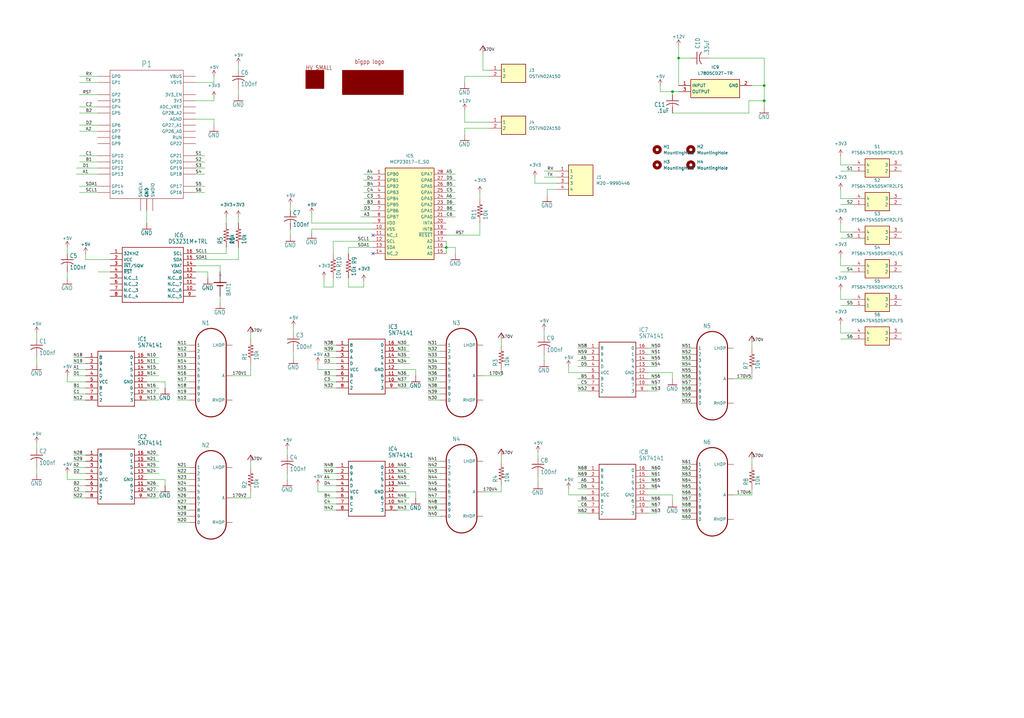
<source format=kicad_sch>
(kicad_sch (version 20230121) (generator eeschema)
  (paper "User" 425.45 298.45)
  (junction (at 279.4 38.1))
  (junction (at 281.94 24.13))
  (junction (at 317.5 35.56))
  (junction (at 185.42 102.87))
  (junction (at 317.5 41.91))
  (no_connect (at 154.94 105.41))
  (no_connect (at 154.94 97.79))
  (wire (pts (xy 269.24 210.82) (xy 273.05 210.82)))
  (wire (pts (xy 104.14 194.31) (xy 104.14 191.77)) (stroke (width 0.1524)))
  (wire (pts (xy 279.4 154.94) (xy 279.4 157.48)) (stroke (width 0.1524)))
  (wire (pts (xy 182.88 146.05) (xy 177.8 146.05)) (stroke (width 0.1524)))
  (wire (pts (xy 78.74 156.21) (xy 73.66 156.21)) (stroke (width 0.1524)))
  (wire (pts (xy 193.04 53.34) (xy 193.04 55.88)) (stroke (width 0.1524)))
  (wire (pts (xy 81.28 105.41) (xy 93.98 105.41)) (stroke (width 0.1524)))
  (wire (pts (xy 349.25 113.03) (xy 354.33 113.03)))
  (wire (pts (xy 354.33 110.49) (xy 349.25 110.49)))
  (wire (pts (xy 144.78 115.57) (xy 144.78 119.38)))
  (wire (pts (xy 354.33 138.43) (xy 349.25 138.43)))
  (wire (pts (xy 283.21 215.9) (xy 287.02 215.9)))
  (wire (pts (xy 349.25 85.09) (xy 354.33 85.09)))
  (wire (pts (xy 78.74 143.51) (xy 73.66 143.51)) (stroke (width 0.1524)))
  (wire (pts (xy 283.21 210.82) (xy 287.02 210.82)))
  (wire (pts (xy 182.88 204.47) (xy 177.8 204.47)) (stroke (width 0.1524)))
  (wire (pts (xy 240.03 144.78) (xy 243.84 144.78)))
  (wire (pts (xy 199.39 97.79) (xy 199.39 92.71)))
  (wire (pts (xy 15.24 186.69) (xy 15.24 184.15)) (stroke (width 0.1524)))
  (wire (pts (xy 312.42 203.2) (xy 312.42 205.74)))
  (wire (pts (xy 222.25 76.2) (xy 231.14 76.2)))
  (wire (pts (xy 208.28 204.47) (xy 208.28 201.93)) (stroke (width 0.1524)))
  (wire (pts (xy 165.1 194.31) (xy 170.18 194.31)) (stroke (width 0.1524)))
  (wire (pts (xy 151.13 116.84) (xy 151.13 119.38)))
  (wire (pts (xy 269.24 162.56) (xy 273.05 162.56)))
  (wire (pts (xy 165.1 199.39) (xy 170.18 199.39)) (stroke (width 0.1524)))
  (wire (pts (xy 182.88 163.83) (xy 177.8 163.83)) (stroke (width 0.1524)))
  (wire (pts (xy 182.88 209.55) (xy 177.8 209.55)) (stroke (width 0.1524)))
  (wire (pts (xy 354.33 124.46) (xy 349.25 124.46)))
  (wire (pts (xy 78.74 209.55) (xy 73.66 209.55)) (stroke (width 0.1524)))
  (wire (pts (xy 31.75 69.85) (xy 40.64 69.85)))
  (wire (pts (xy 281.94 19.05) (xy 281.94 24.13)))
  (wire (pts (xy 85.09 80.01) (xy 81.28 80.01)))
  (wire (pts (xy 60.96 161.29) (xy 66.04 161.29)) (stroke (width 0.1524)))
  (wire (pts (xy 165.1 156.21) (xy 170.18 156.21)) (stroke (width 0.1524)))
  (wire (pts (xy 129.54 95.25) (xy 129.54 96.52)))
  (wire (pts (xy 240.03 195.58) (xy 243.84 195.58)))
  (wire (pts (xy 78.74 161.29) (xy 73.66 161.29)) (stroke (width 0.1524)))
  (wire (pts (xy 86.36 113.03) (xy 86.36 115.57)) (stroke (width 0.1524)))
  (wire (pts (xy 99.06 36.83) (xy 99.06 39.37)) (stroke (width 0.1524)))
  (wire (pts (xy 193.04 50.8) (xy 193.04 45.72)) (stroke (width 0.1524)))
  (wire (pts (xy 240.03 203.2) (xy 243.84 203.2)))
  (wire (pts (xy 138.43 119.38) (xy 134.62 119.38)))
  (wire (pts (xy 139.7 196.85) (xy 134.62 196.85)) (stroke (width 0.1524)))
  (wire (pts (xy 283.21 162.56) (xy 287.02 162.56)))
  (wire (pts (xy 279.4 46.99) (xy 311.15 46.99)))
  (wire (pts (xy 236.22 205.74) (xy 236.22 203.2)) (stroke (width 0.1524)))
  (wire (pts (xy 138.43 100.33) (xy 138.43 105.41)))
  (wire (pts (xy 45.72 113.03) (xy 40.64 113.03)) (stroke (width 0.1524)))
  (wire (pts (xy 269.24 144.78) (xy 273.05 144.78)))
  (wire (pts (xy 85.09 77.47) (xy 81.28 77.47)))
  (wire (pts (xy 81.28 110.49) (xy 91.44 110.49)) (stroke (width 0.1524)))
  (wire (pts (xy 185.42 82.55) (xy 189.23 82.55)))
  (wire (pts (xy 269.24 205.74) (xy 279.4 205.74)) (stroke (width 0.1524)))
  (wire (pts (xy 165.1 196.85) (xy 170.18 196.85)) (stroke (width 0.1524)))
  (wire (pts (xy 88.9 34.29) (xy 88.9 31.75)) (stroke (width 0.1524)))
  (wire (pts (xy 165.1 148.59) (xy 170.18 148.59)) (stroke (width 0.1524)))
  (wire (pts (xy 226.06 139.7) (xy 226.06 137.16)) (stroke (width 0.1524)))
  (wire (pts (xy 35.56 196.85) (xy 30.48 196.85)) (stroke (width 0.1524)))
  (wire (pts (xy 78.74 199.39) (xy 73.66 199.39)) (stroke (width 0.1524)))
  (wire (pts (xy 182.88 161.29) (xy 177.8 161.29)) (stroke (width 0.1524)))
  (wire (pts (xy 182.88 194.31) (xy 177.8 194.31)) (stroke (width 0.1524)))
  (wire (pts (xy 149.86 87.63) (xy 154.94 87.63)))
  (wire (pts (xy 139.7 199.39) (xy 134.62 199.39)) (stroke (width 0.1524)))
  (wire (pts (xy 243.84 154.94) (xy 236.22 154.94)) (stroke (width 0.1524)))
  (wire (pts (xy 33.02 54.61) (xy 40.64 54.61)))
  (wire (pts (xy 165.1 161.29) (xy 170.18 161.29)) (stroke (width 0.1524)))
  (wire (pts (xy 88.9 49.53) (xy 88.9 52.07)) (stroke (width 0.1524)))
  (wire (pts (xy 200.66 204.47) (xy 208.28 204.47)) (stroke (width 0.1524)))
  (wire (pts (xy 182.88 212.09) (xy 177.8 212.09)) (stroke (width 0.1524)))
  (wire (pts (xy 93.98 92.71) (xy 93.98 90.17)) (stroke (width 0.1524)))
  (wire (pts (xy 151.13 72.39) (xy 154.94 72.39)))
  (wire (pts (xy 185.42 97.79) (xy 199.39 97.79)))
  (wire (pts (xy 222.25 73.66) (xy 222.25 76.2)))
  (wire (pts (xy 33.02 52.07) (xy 40.64 52.07)))
  (wire (pts (xy 139.7 148.59) (xy 134.62 148.59)) (stroke (width 0.1524)))
  (wire (pts (xy 15.24 194.31) (xy 15.24 196.85)) (stroke (width 0.1524)))
  (wire (pts (xy 349.25 71.12) (xy 354.33 71.12)))
  (wire (pts (xy 349.25 99.06) (xy 354.33 99.06)))
  (wire (pts (xy 200.66 29.21) (xy 203.2 29.21)) (stroke (width 0.1524)))
  (wire (pts (xy 240.03 149.86) (xy 243.84 149.86)))
  (wire (pts (xy 139.7 212.09) (xy 134.62 212.09)) (stroke (width 0.1524)))
  (wire (pts (xy 31.75 72.39) (xy 40.64 72.39)))
  (wire (pts (xy 203.2 31.75) (xy 193.04 31.75)) (stroke (width 0.1524)))
  (wire (pts (xy 60.96 151.13) (xy 66.04 151.13)) (stroke (width 0.1524)))
  (wire (pts (xy 311.15 41.91) (xy 317.5 41.91)))
  (wire (pts (xy 139.7 161.29) (xy 134.62 161.29)) (stroke (width 0.1524)))
  (wire (pts (xy 132.08 153.67) (xy 132.08 151.13)) (stroke (width 0.1524)))
  (wire (pts (xy 151.13 85.09) (xy 154.94 85.09)))
  (wire (pts (xy 269.24 203.2) (xy 273.05 203.2)))
  (wire (pts (xy 85.09 64.77) (xy 81.28 64.77)))
  (wire (pts (xy 27.94 199.39) (xy 27.94 196.85)) (stroke (width 0.1524)))
  (wire (pts (xy 283.21 203.2) (xy 287.02 203.2)))
  (wire (pts (xy 129.54 95.25) (xy 154.94 95.25)))
  (wire (pts (xy 78.74 196.85) (xy 73.66 196.85)) (stroke (width 0.1524)))
  (wire (pts (xy 78.74 194.31) (xy 73.66 194.31)) (stroke (width 0.1524)))
  (wire (pts (xy 182.88 148.59) (xy 177.8 148.59)) (stroke (width 0.1524)))
  (wire (pts (xy 129.54 92.71) (xy 154.94 92.71)))
  (wire (pts (xy 139.7 151.13) (xy 134.62 151.13)) (stroke (width 0.1524)))
  (wire (pts (xy 30.48 163.83) (xy 35.56 163.83)) (stroke (width 0.1524)))
  (wire (pts (xy 78.74 204.47) (xy 73.66 204.47)) (stroke (width 0.1524)))
  (wire (pts (xy 269.24 152.4) (xy 273.05 152.4)))
  (wire (pts (xy 78.74 151.13) (xy 73.66 151.13)) (stroke (width 0.1524)))
  (wire (pts (xy 165.1 204.47) (xy 172.72 204.47)) (stroke (width 0.1524)))
  (wire (pts (xy 151.13 80.01) (xy 154.94 80.01)))
  (wire (pts (xy 33.02 67.31) (xy 40.64 67.31)))
  (wire (pts (xy 138.43 115.57) (xy 138.43 119.38)))
  (wire (pts (xy 200.66 21.59) (xy 200.66 29.21)) (stroke (width 0.1524)))
  (wire (pts (xy 226.06 71.12) (xy 231.14 71.12)))
  (wire (pts (xy 243.84 205.74) (xy 236.22 205.74)) (stroke (width 0.1524)))
  (wire (pts (xy 120.65 87.63) (xy 120.65 85.09)) (stroke (width 0.1524)))
  (wire (pts (xy 35.56 158.75) (xy 27.94 158.75)) (stroke (width 0.1524)))
  (wire (pts (xy 139.7 146.05) (xy 134.62 146.05)) (stroke (width 0.1524)))
  (wire (pts (xy 165.1 201.93) (xy 170.18 201.93)) (stroke (width 0.1524)))
  (wire (pts (xy 33.02 77.47) (xy 40.64 77.47)))
  (wire (pts (xy 182.88 158.75) (xy 177.8 158.75)) (stroke (width 0.1524)))
  (wire (pts (xy 283.21 154.94) (xy 287.02 154.94)))
  (wire (pts (xy 354.33 96.52) (xy 349.25 96.52)))
  (wire (pts (xy 35.56 148.59) (xy 30.48 148.59)) (stroke (width 0.1524)))
  (wire (pts (xy 104.14 207.01) (xy 104.14 204.47)) (stroke (width 0.1524)))
  (wire (pts (xy 354.33 68.58) (xy 349.25 68.58)))
  (wire (pts (xy 185.42 90.17) (xy 189.23 90.17)))
  (wire (pts (xy 66.04 194.31) (xy 60.96 194.31)) (stroke (width 0.1524)))
  (wire (pts (xy 269.24 147.32) (xy 273.05 147.32)))
  (wire (pts (xy 165.1 143.51) (xy 170.18 143.51)) (stroke (width 0.1524)))
  (wire (pts (xy 283.21 157.48) (xy 287.02 157.48)))
  (wire (pts (xy 349.25 78.74) (xy 349.25 82.55)))
  (wire (pts (xy 139.7 153.67) (xy 132.08 153.67)) (stroke (width 0.1524)))
  (wire (pts (xy 134.62 209.55) (xy 139.7 209.55)) (stroke (width 0.1524)))
  (wire (pts (xy 78.74 212.09) (xy 73.66 212.09)) (stroke (width 0.1524)))
  (wire (pts (xy 33.02 39.37) (xy 40.64 39.37)))
  (wire (pts (xy 139.7 204.47) (xy 132.08 204.47)) (stroke (width 0.1524)))
  (wire (pts (xy 139.7 158.75) (xy 134.62 158.75)) (stroke (width 0.1524)))
  (wire (pts (xy 93.98 105.41) (xy 93.98 102.87)) (stroke (width 0.1524)))
  (wire (pts (xy 283.21 205.74) (xy 287.02 205.74)))
  (wire (pts (xy 349.25 106.68) (xy 349.25 110.49)))
  (wire (pts (xy 144.78 102.87) (xy 144.78 105.41)))
  (wire (pts (xy 182.88 214.63) (xy 177.8 214.63)) (stroke (width 0.1524)))
  (wire (pts (xy 279.4 205.74) (xy 279.4 208.28)) (stroke (width 0.1524)))
  (wire (pts (xy 33.02 34.29) (xy 40.64 34.29)))
  (wire (pts (xy 185.42 100.33) (xy 185.42 102.87)))
  (wire (pts (xy 269.24 208.28) (xy 273.05 208.28)))
  (wire (pts (xy 139.7 201.93) (xy 134.62 201.93)) (stroke (width 0.1524)))
  (wire (pts (xy 185.42 72.39) (xy 189.23 72.39)))
  (wire (pts (xy 182.88 196.85) (xy 177.8 196.85)) (stroke (width 0.1524)))
  (wire (pts (xy 78.74 163.83) (xy 73.66 163.83)) (stroke (width 0.1524)))
  (wire (pts (xy 349.25 140.97) (xy 354.33 140.97)))
  (wire (pts (xy 78.74 148.59) (xy 73.66 148.59)) (stroke (width 0.1524)))
  (wire (pts (xy 240.03 152.4) (xy 243.84 152.4)))
  (wire (pts (xy 281.94 38.1) (xy 279.4 38.1)))
  (wire (pts (xy 208.28 143.51) (xy 208.28 140.97)) (stroke (width 0.1524)))
  (wire (pts (xy 60.96 207.01) (xy 66.04 207.01)) (stroke (width 0.1524)))
  (wire (pts (xy 134.62 115.57) (xy 134.62 119.38)))
  (wire (pts (xy 199.39 82.55) (xy 199.39 80.01)) (stroke (width 0.1524)))
  (wire (pts (xy 283.21 193.04) (xy 287.02 193.04)))
  (wire (pts (xy 281.94 24.13) (xy 281.94 35.56)))
  (wire (pts (xy 33.02 31.75) (xy 40.64 31.75)))
  (wire (pts (xy 283.21 213.36) (xy 287.02 213.36)))
  (wire (pts (xy 78.74 146.05) (xy 73.66 146.05)) (stroke (width 0.1524)))
  (wire (pts (xy 33.02 46.99) (xy 40.64 46.99)))
  (wire (pts (xy 151.13 77.47) (xy 154.94 77.47)))
  (wire (pts (xy 60.96 153.67) (xy 66.04 153.67)) (stroke (width 0.1524)))
  (wire (pts (xy 227.33 78.74) (xy 227.33 81.28)))
  (wire (pts (xy 139.7 207.01) (xy 134.62 207.01)) (stroke (width 0.1524)))
  (wire (pts (xy 236.22 154.94) (xy 236.22 152.4)) (stroke (width 0.1524)))
  (wire (pts (xy 189.23 102.87) (xy 189.23 105.41)))
  (wire (pts (xy 78.74 166.37) (xy 73.66 166.37)) (stroke (width 0.1524)))
  (wire (pts (xy 60.96 196.85) (xy 66.04 196.85)) (stroke (width 0.1524)))
  (wire (pts (xy 99.06 92.71) (xy 99.06 90.17)) (stroke (width 0.1524)))
  (wire (pts (xy 283.21 152.4) (xy 287.02 152.4)))
  (wire (pts (xy 312.42 144.78) (xy 312.42 142.24)) (stroke (width 0.1524)))
  (wire (pts (xy 240.03 208.28) (xy 243.84 208.28)))
  (wire (pts (xy 35.56 166.37) (xy 30.48 166.37)) (stroke (width 0.1524)))
  (wire (pts (xy 165.1 151.13) (xy 170.18 151.13)) (stroke (width 0.1524)))
  (wire (pts (xy 85.09 72.39) (xy 81.28 72.39)))
  (wire (pts (xy 226.06 73.66) (xy 231.14 73.66)))
  (wire (pts (xy 35.56 153.67) (xy 30.48 153.67)) (stroke (width 0.1524)))
  (wire (pts (xy 182.88 156.21) (xy 177.8 156.21)) (stroke (width 0.1524)))
  (wire (pts (xy 182.88 153.67) (xy 177.8 153.67)) (stroke (width 0.1524)))
  (wire (pts (xy 165.1 158.75) (xy 170.18 158.75)) (stroke (width 0.1524)))
  (wire (pts (xy 269.24 157.48) (xy 273.05 157.48)))
  (wire (pts (xy 119.38 189.23) (xy 119.38 186.69)) (stroke (width 0.1524)))
  (wire (pts (xy 269.24 195.58) (xy 273.05 195.58)))
  (wire (pts (xy 294.64 24.13) (xy 317.5 24.13)))
  (wire (pts (xy 132.08 204.47) (xy 132.08 201.93)) (stroke (width 0.1524)))
  (wire (pts (xy 91.44 123.19) (xy 91.44 125.73)) (stroke (width 0.1524)))
  (wire (pts (xy 240.03 198.12) (xy 243.84 198.12)))
  (wire (pts (xy 85.09 69.85) (xy 81.28 69.85)))
  (wire (pts (xy 274.32 35.56) (xy 274.32 38.1)))
  (wire (pts (xy 165.1 146.05) (xy 170.18 146.05)) (stroke (width 0.1524)))
  (wire (pts (xy 283.21 144.78) (xy 287.02 144.78)))
  (wire (pts (xy 15.24 140.97) (xy 15.24 138.43)) (stroke (width 0.1524)))
  (wire (pts (xy 35.56 207.01) (xy 30.48 207.01)) (stroke (width 0.1524)))
  (wire (pts (xy 85.09 67.31) (xy 81.28 67.31)))
  (wire (pts (xy 60.96 148.59) (xy 66.04 148.59)) (stroke (width 0.1524)))
  (wire (pts (xy 99.06 107.95) (xy 99.06 102.87)) (stroke (width 0.1524)))
  (wire (pts (xy 269.24 154.94) (xy 279.4 154.94)) (stroke (width 0.1524)))
  (wire (pts (xy 281.94 24.13) (xy 287.02 24.13)))
  (wire (pts (xy 35.56 191.77) (xy 30.48 191.77)) (stroke (width 0.1524)))
  (wire (pts (xy 349.25 127) (xy 354.33 127)))
  (wire (pts (xy 35.56 151.13) (xy 30.48 151.13)) (stroke (width 0.1524)))
  (wire (pts (xy 283.21 200.66) (xy 287.02 200.66)))
  (wire (pts (xy 165.1 209.55) (xy 170.18 209.55)) (stroke (width 0.1524)))
  (wire (pts (xy 193.04 31.75) (xy 193.04 34.29)) (stroke (width 0.1524)))
  (wire (pts (xy 182.88 207.01) (xy 177.8 207.01)) (stroke (width 0.1524)))
  (wire (pts (xy 60.96 199.39) (xy 68.58 199.39)) (stroke (width 0.1524)))
  (wire (pts (xy 78.74 217.17) (xy 73.66 217.17)) (stroke (width 0.1524)))
  (wire (pts (xy 312.42 193.04) (xy 312.42 190.5)) (stroke (width 0.1524)))
  (wire (pts (xy 88.9 40.64) (xy 88.9 41.91)))
  (wire (pts (xy 81.28 113.03) (xy 86.36 113.03)) (stroke (width 0.1524)))
  (wire (pts (xy 269.24 213.36) (xy 273.05 213.36)))
  (wire (pts (xy 35.56 199.39) (xy 27.94 199.39)) (stroke (width 0.1524)))
  (wire (pts (xy 283.21 160.02) (xy 287.02 160.02)))
  (wire (pts (xy 60.96 166.37) (xy 66.04 166.37)) (stroke (width 0.1524)))
  (wire (pts (xy 203.2 53.34) (xy 193.04 53.34)) (stroke (width 0.1524)))
  (wire (pts (xy 96.52 156.21) (xy 104.14 156.21)) (stroke (width 0.1524)))
  (wire (pts (xy 165.1 153.67) (xy 172.72 153.67)) (stroke (width 0.1524)))
  (wire (pts (xy 60.96 201.93) (xy 66.04 201.93)) (stroke (width 0.1524)))
  (wire (pts (xy 138.43 100.33) (xy 154.94 100.33)))
  (wire (pts (xy 60.96 204.47) (xy 66.04 204.47)) (stroke (width 0.1524)))
  (wire (pts (xy 78.74 214.63) (xy 73.66 214.63)) (stroke (width 0.1524)))
  (wire (pts (xy 349.25 134.62) (xy 349.25 138.43)))
  (wire (pts (xy 35.56 161.29) (xy 30.48 161.29)) (stroke (width 0.1524)))
  (wire (pts (xy 120.65 95.25) (xy 120.65 97.79)) (stroke (width 0.1524)))
  (wire (pts (xy 139.7 194.31) (xy 134.62 194.31)) (stroke (width 0.1524)))
  (wire (pts (xy 139.7 143.51) (xy 134.62 143.51)) (stroke (width 0.1524)))
  (wire (pts (xy 81.28 49.53) (xy 88.9 49.53)) (stroke (width 0.1524)))
  (wire (pts (xy 60.96 191.77) (xy 66.04 191.77)) (stroke (width 0.1524)))
  (wire (pts (xy 283.21 149.86) (xy 287.02 149.86)))
  (wire (pts (xy 104.14 156.21) (xy 104.14 151.13)) (stroke (width 0.1524)))
  (wire (pts (xy 200.66 156.21) (xy 208.28 156.21)) (stroke (width 0.1524)))
  (wire (pts (xy 240.03 157.48) (xy 243.84 157.48)))
  (wire (pts (xy 139.7 156.21) (xy 134.62 156.21)) (stroke (width 0.1524)))
  (wire (pts (xy 45.72 107.95) (xy 35.56 107.95)) (stroke (width 0.1524)))
  (wire (pts (xy 27.94 113.03) (xy 27.94 115.57)) (stroke (width 0.1524)))
  (wire (pts (xy 35.56 204.47) (xy 30.48 204.47)) (stroke (width 0.1524)))
  (wire (pts (xy 182.88 201.93) (xy 177.8 201.93)) (stroke (width 0.1524)))
  (wire (pts (xy 151.13 74.93) (xy 154.94 74.93)))
  (wire (pts (xy 354.33 82.55) (xy 349.25 82.55)))
  (wire (pts (xy 283.21 167.64) (xy 287.02 167.64)))
  (wire (pts (xy 349.25 120.65) (xy 349.25 124.46)))
  (wire (pts (xy 35.56 156.21) (xy 30.48 156.21)) (stroke (width 0.1524)))
  (wire (pts (xy 33.02 44.45) (xy 40.64 44.45)))
  (wire (pts (xy 81.28 107.95) (xy 99.06 107.95)) (stroke (width 0.1524)))
  (wire (pts (xy 240.03 162.56) (xy 243.84 162.56)))
  (wire (pts (xy 317.5 35.56) (xy 317.5 41.91)))
  (wire (pts (xy 226.06 147.32) (xy 226.06 149.86)) (stroke (width 0.1524)))
  (wire (pts (xy 99.06 29.21) (xy 99.06 26.67)) (stroke (width 0.1524)))
  (wire (pts (xy 269.24 198.12) (xy 273.05 198.12)))
  (wire (pts (xy 227.33 78.74) (xy 231.14 78.74)))
  (wire (pts (xy 60.96 156.21) (xy 66.04 156.21)) (stroke (width 0.1524)))
  (wire (pts (xy 60.96 158.75) (xy 68.58 158.75)) (stroke (width 0.1524)))
  (wire (pts (xy 312.42 35.56) (xy 317.5 35.56)))
  (wire (pts (xy 240.03 200.66) (xy 243.84 200.66)))
  (wire (pts (xy 349.25 64.77) (xy 349.25 68.58)))
  (wire (pts (xy 60.96 87.63) (xy 60.96 92.71)) (stroke (width 0.1524)))
  (wire (pts (xy 15.24 148.59) (xy 15.24 151.13)) (stroke (width 0.1524)))
  (wire (pts (xy 269.24 200.66) (xy 273.05 200.66)))
  (wire (pts (xy 283.21 195.58) (xy 287.02 195.58)))
  (wire (pts (xy 269.24 160.02) (xy 273.05 160.02)))
  (wire (pts (xy 182.88 166.37) (xy 177.8 166.37)) (stroke (width 0.1524)))
  (wire (pts (xy 283.21 208.28) (xy 287.02 208.28)))
  (wire (pts (xy 104.14 140.97) (xy 104.14 138.43)) (stroke (width 0.1524)))
  (wire (pts (xy 27.94 158.75) (xy 27.94 156.21)) (stroke (width 0.1524)))
  (wire (pts (xy 240.03 160.02) (xy 243.84 160.02)))
  (wire (pts (xy 240.03 213.36) (xy 243.84 213.36)))
  (wire (pts (xy 223.52 190.5) (xy 223.52 187.96)) (stroke (width 0.1524)))
  (wire (pts (xy 121.92 138.43) (xy 121.92 135.89)) (stroke (width 0.1524)))
  (wire (pts (xy 185.42 102.87) (xy 185.42 105.41)))
  (wire (pts (xy 119.38 196.85) (xy 119.38 199.39)) (stroke (width 0.1524)))
  (wire (pts (xy 165.1 207.01) (xy 170.18 207.01)) (stroke (width 0.1524)))
  (wire (pts (xy 182.88 143.51) (xy 177.8 143.51)) (stroke (width 0.1524)))
  (wire (pts (xy 35.56 107.95) (xy 35.56 105.41)) (stroke (width 0.1524)))
  (wire (pts (xy 151.13 82.55) (xy 154.94 82.55)))
  (wire (pts (xy 96.52 207.01) (xy 104.14 207.01)) (stroke (width 0.1524)))
  (wire (pts (xy 185.42 85.09) (xy 189.23 85.09)))
  (wire (pts (xy 240.03 210.82) (xy 243.84 210.82)))
  (wire (pts (xy 78.74 201.93) (xy 73.66 201.93)) (stroke (width 0.1524)))
  (wire (pts (xy 27.94 105.41) (xy 27.94 102.87)) (stroke (width 0.1524)))
  (wire (pts (xy 144.78 119.38) (xy 151.13 119.38)))
  (wire (pts (xy 240.03 147.32) (xy 243.84 147.32)))
  (wire (pts (xy 279.4 38.1) (xy 279.4 39.37)))
  (wire (pts (xy 283.21 147.32) (xy 287.02 147.32)))
  (wire (pts (xy 81.28 41.91) (xy 88.9 41.91)))
  (wire (pts (xy 165.1 212.09) (xy 170.18 212.09)) (stroke (width 0.1524)))
  (wire (pts (xy 269.24 149.86) (xy 273.05 149.86)))
  (wire (pts (xy 35.56 189.23) (xy 30.48 189.23)) (stroke (width 0.1524)))
  (wire (pts (xy 78.74 153.67) (xy 73.66 153.67)) (stroke (width 0.1524)))
  (wire (pts (xy 208.28 191.77) (xy 208.28 189.23)) (stroke (width 0.1524)))
  (wire (pts (xy 33.02 64.77) (xy 40.64 64.77)))
  (wire (pts (xy 68.58 158.75) (xy 68.58 161.29)) (stroke (width 0.1524)))
  (wire (pts (xy 312.42 157.48) (xy 304.8 157.48)))
  (wire (pts (xy 182.88 199.39) (xy 177.8 199.39)) (stroke (width 0.1524)))
  (wire (pts (xy 185.42 74.93) (xy 189.23 74.93)))
  (wire (pts (xy 182.88 151.13) (xy 177.8 151.13)) (stroke (width 0.1524)))
  (wire (pts (xy 279.4 38.1) (xy 274.32 38.1)))
  (wire (pts (xy 172.72 153.67) (xy 172.72 156.21)) (stroke (width 0.1524)))
  (wire (pts (xy 317.5 41.91) (xy 317.5 44.45)) (stroke (width 0.1524)))
  (wire (pts (xy 81.28 34.29) (xy 88.9 34.29)) (stroke (width 0.1524)))
  (wire (pts (xy 91.44 110.49) (xy 91.44 113.03)) (stroke (width 0.1524)))
  (wire (pts (xy 78.74 158.75) (xy 73.66 158.75)) (stroke (width 0.1524)))
  (wire (pts (xy 185.42 102.87) (xy 189.23 102.87)))
  (wire (pts (xy 68.58 199.39) (xy 68.58 201.93)) (stroke (width 0.1524)))
  (wire (pts (xy 149.86 90.17) (xy 154.94 90.17)))
  (wire (pts (xy 193.04 50.8) (xy 203.2 50.8)) (stroke (width 0.1524)))
  (wire (pts (xy 311.15 46.99) (xy 311.15 41.91)))
  (wire (pts (xy 185.42 87.63) (xy 189.23 87.63)))
  (wire (pts (xy 185.42 80.01) (xy 189.23 80.01)))
  (wire (pts (xy 78.74 207.01) (xy 73.66 207.01)) (stroke (width 0.1524)))
  (wire (pts (xy 144.78 102.87) (xy 154.94 102.87)))
  (wire (pts (xy 60.96 163.83) (xy 66.04 163.83)) (stroke (width 0.1524)))
  (wire (pts (xy 35.56 194.31) (xy 30.48 194.31)) (stroke (width 0.1524)))
  (wire (pts (xy 304.8 205.74) (xy 312.42 205.74)))
  (wire (pts (xy 33.02 80.01) (xy 40.64 80.01)))
  (wire (pts (xy 172.72 204.47) (xy 172.72 207.01)) (stroke (width 0.1524)))
  (wire (pts (xy 223.52 198.12) (xy 223.52 200.66)) (stroke (width 0.1524)))
  (wire (pts (xy 35.56 201.93) (xy 30.48 201.93)) (stroke (width 0.1524)))
  (wire (pts (xy 121.92 146.05) (xy 121.92 148.59)) (stroke (width 0.1524)))
  (wire (pts (xy 60.96 189.23) (xy 66.04 189.23)) (stroke (width 0.1524)))
  (wire (pts (xy 185.42 77.47) (xy 189.23 77.47)))
  (wire (pts (xy 129.54 88.9) (xy 129.54 92.71)))
  (wire (pts (xy 182.88 191.77) (xy 177.8 191.77)) (stroke (width 0.1524)))
  (wire (pts (xy 349.25 92.71) (xy 349.25 96.52)))
  (wire (pts (xy 312.42 154.94) (xy 312.42 157.48)))
  (wire (pts (xy 208.28 156.21) (xy 208.28 153.67)) (stroke (width 0.1524)))
  (wire (pts (xy 283.21 165.1) (xy 287.02 165.1)))
  (wire (pts (xy 317.5 24.13) (xy 317.5 35.56)))
  (wire (pts (xy 283.21 198.12) (xy 287.02 198.12)))
  (label "S6" (at 83.82 80.01 180))
  (label "N29" (at 30.48 191.77 0) (effects (font (size 1.2446 1.2446))))
  (label "C2" (at 35.56 44.45 0))
  (label "N27" (at 73.66 209.55 0) (effects (font (size 1.2446 1.2446))))
  (label "S5" (at 83.82 77.47 180))
  (label "N51" (at 283.21 144.78 0))
  (label "N20" (at 60.96 189.23 0) (effects (font (size 1.2446 1.2446))))
  (label "D3" (at 151.13 87.63 0))
  (label "N26" (at 73.66 207.01 0) (effects (font (size 1.2446 1.2446))))
  (label "N17" (at 60.96 163.83 0) (effects (font (size 1.2446 1.2446))))
  (label "N37" (at 177.8 158.75 0) (effects (font (size 1.2446 1.2446))))
  (label "N15" (at 60.96 153.67 0) (effects (font (size 1.2446 1.2446))))
  (label "N60" (at 283.21 215.9 0))
  (label "170V" (at 312.42 190.5 0) (effects (font (size 1.2446 1.2446))))
  (label "N45" (at 165.1 199.39 0) (effects (font (size 1.2446 1.2446))))
  (label "RST" (at 189.23 97.79 0))
  (label "N39" (at 134.62 146.05 0) (effects (font (size 1.2446 1.2446))))
  (label "N67" (at 283.21 208.28 0))
  (label "B4" (at 134.62 207.01 0) (effects (font (size 1.2446 1.2446))))
  (label "N68" (at 240.03 195.58 0))
  (label "N46" (at 165.1 207.01 0) (effects (font (size 1.2446 1.2446))))
  (label "S6" (at 351.79 140.97 0))
  (label "170V" (at 208.28 189.23 0) (effects (font (size 1.2446 1.2446))))
  (label "N56" (at 283.21 157.48 0))
  (label "N49" (at 177.8 212.09 0) (effects (font (size 1.2446 1.2446))))
  (label "N68" (at 283.21 210.82 0))
  (label "N69" (at 283.21 213.36 0))
  (label "N55" (at 283.21 154.94 0))
  (label "B2" (at 30.48 201.93 0) (effects (font (size 1.2446 1.2446))))
  (label "C2" (at 30.48 204.47 0) (effects (font (size 1.2446 1.2446))))
  (label "D3" (at 134.62 151.13 0) (effects (font (size 1.2446 1.2446))))
  (label "N24" (at 60.96 196.85 0) (effects (font (size 1.2446 1.2446))))
  (label "N61" (at 283.21 193.04 0))
  (label "N59" (at 240.03 147.32 0))
  (label "B6" (at 241.3 208.28 0))
  (label "170V" (at 200.66 21.59 0) (effects (font (size 1.2446 1.2446))))
  (label "170V1" (at 96.52 156.21 0) (effects (font (size 1.2446 1.2446))))
  (label "D2" (at 30.48 196.85 0) (effects (font (size 1.2446 1.2446))))
  (label "TX" (at 227.33 73.66 0))
  (label "N65" (at 270.51 200.66 0))
  (label "N33" (at 165.1 161.29 0) (effects (font (size 1.2446 1.2446))))
  (label "N22" (at 73.66 196.85 0) (effects (font (size 1.2446 1.2446))))
  (label "N28" (at 73.66 212.09 0) (effects (font (size 1.2446 1.2446))))
  (label "N32" (at 177.8 146.05 0) (effects (font (size 1.2446 1.2446))))
  (label "N16" (at 73.66 156.21 0) (effects (font (size 1.2446 1.2446))))
  (label "SDA1" (at 148.59 102.87 0))
  (label "N12" (at 73.66 146.05 0) (effects (font (size 1.2446 1.2446))))
  (label "N62" (at 240.03 213.36 0))
  (label "170V" (at 104.14 191.77 0) (effects (font (size 1.2446 1.2446))))
  (label "B5" (at 241.3 157.48 0))
  (label "C1" (at 35.56 64.77 0))
  (label "A2" (at 30.48 194.31 0) (effects (font (size 1.2446 1.2446))))
  (label "N54" (at 283.21 152.4 0))
  (label "C4" (at 134.62 209.55 0) (effects (font (size 1.2446 1.2446))))
  (label "N52" (at 283.21 147.32 0))
  (label "N26" (at 60.96 201.93 0) (effects (font (size 1.2446 1.2446))))
  (label "S5" (at 351.79 127 0))
  (label "N16" (at 60.96 161.29 0) (effects (font (size 1.2446 1.2446))))
  (label "A6" (at 185.42 82.55 0))
  (label "C5" (at 185.42 80.01 0))
  (label "N50" (at 283.21 167.64 0))
  (label "S1" (at 351.79 71.12 0))
  (label "A1" (at 34.29 72.39 0))
  (label "N42" (at 134.62 212.09 0) (effects (font (size 1.2446 1.2446))))
  (label "C1" (at 30.48 163.83 0) (effects (font (size 1.2446 1.2446))))
  (label "N45" (at 177.8 201.93 0) (effects (font (size 1.2446 1.2446))))
  (label "B4" (at 152.4 77.47 0))
  (label "N32" (at 134.62 161.29 0) (effects (font (size 1.2446 1.2446))))
  (label "N60" (at 270.51 195.58 0))
  (label "N23" (at 60.96 207.01 0) (effects (font (size 1.2446 1.2446))))
  (label "N20" (at 73.66 217.17 0) (effects (font (size 1.2446 1.2446))))
  (label "N49" (at 134.62 196.85 0) (effects (font (size 1.2446 1.2446))))
  (label "N24" (at 73.66 201.93 0) (effects (font (size 1.2446 1.2446))))
  (label "170V" (at 208.28 140.97 0) (effects (font (size 1.2446 1.2446))))
  (label "B3" (at 134.62 156.21 0) (effects (font (size 1.2446 1.2446))))
  (label "N19" (at 73.66 163.83 0) (effects (font (size 1.2446 1.2446))))
  (label "SDA1" (at 81.28 107.95 0) (effects (font (size 1.2446 1.2446))))
  (label "A4" (at 152.4 72.39 0))
  (label "N44" (at 177.8 199.39 0) (effects (font (size 1.2446 1.2446))))
  (label "D2" (at 35.56 52.07 0))
  (label "D1" (at 30.48 156.21 0) (effects (font (size 1.2446 1.2446))))
  (label "A5" (at 241.3 149.86 0))
  (label "N50" (at 270.51 144.78 0))
  (label "N39" (at 177.8 163.83 0) (effects (font (size 1.2446 1.2446))))
  (label "N36" (at 165.1 156.21 0) (effects (font (size 1.2446 1.2446))))
  (label "A2" (at 35.56 54.61 0))
  (label "A6" (at 241.3 200.66 0))
  (label "SCL1" (at 148.59 100.33 0))
  (label "N47" (at 177.8 207.01 0) (effects (font (size 1.2446 1.2446))))
  (label "SDA1" (at 35.56 77.47 0))
  (label "A4" (at 134.62 199.39 0) (effects (font (size 1.2446 1.2446))))
  (label "SCL1" (at 81.28 105.41 0) (effects (font (size 1.2446 1.2446))))
  (label "N41" (at 165.1 196.85 0) (effects (font (size 1.2446 1.2446))))
  (label "B1" (at 30.48 161.29 0) (effects (font (size 1.2446 1.2446))))
  (label "N40" (at 165.1 194.31 0) (effects (font (size 1.2446 1.2446))))
  (label "S2" (at 83.82 67.31 180))
  (label "N63" (at 270.51 213.36 0))
  (label "N65" (at 283.21 203.2 0))
  (label "N58" (at 283.21 162.56 0))
  (label "N10" (at 73.66 166.37 0) (effects (font (size 1.2446 1.2446))))
  (label "170V2" (at 96.52 207.01 0) (effects (font (size 1.2446 1.2446))))
  (label "D6" (at 185.42 85.09 0))
  (label "N58" (at 240.03 144.78 0))
  (label "N12" (at 30.48 166.37 0) (effects (font (size 1.2446 1.2446))))
  (label "N46" (at 177.8 204.47 0) (effects (font (size 1.2446 1.2446))))
  (label "N15" (at 73.66 153.67 0) (effects (font (size 1.2446 1.2446))))
  (label "N53" (at 270.51 162.56 0))
  (label "B6" (at 185.42 87.63 0))
  (label "N21" (at 60.96 191.77 0) (effects (font (size 1.2446 1.2446))))
  (label "N33" (at 177.8 148.59 0) (effects (font (size 1.2446 1.2446))))
  (label "B2" (at 35.56 46.99 0))
  (label "170V6" (at 306.07 205.74 0))
  (label "N14" (at 60.96 156.21 0) (effects (font (size 1.2446 1.2446))))
  (label "N21" (at 73.66 194.31 0) (effects (font (size 1.2446 1.2446))))
  (label "N13" (at 60.96 166.37 0) (effects (font (size 1.2446 1.2446))))
  (label "N40" (at 177.8 214.63 0) (effects (font (size 1.2446 1.2446))))
  (label "N37" (at 165.1 158.75 0) (effects (font (size 1.2446 1.2446))))
  (label "N57" (at 283.21 160.02 0))
  (label "N17" (at 73.66 158.75 0) (effects (font (size 1.2446 1.2446))))
  (label "N27" (at 60.96 204.47 0) (effects (font (size 1.2446 1.2446))))
  (label "N11" (at 73.66 143.51 0) (effects (font (size 1.2446 1.2446))))
  (label "C3" (at 152.4 82.55 0))
  (label "N42" (at 177.8 194.31 0) (effects (font (size 1.2446 1.2446))))
  (label "N69" (at 240.03 198.12 0))
  (label "N34" (at 177.8 151.13 0) (effects (font (size 1.2446 1.2446))))
  (label "S3" (at 351.79 99.06 0))
  (label "SCL1" (at 35.56 80.01 0))
  (label "N43" (at 177.8 196.85 0) (effects (font (size 1.2446 1.2446))))
  (label "170V" (at 104.14 138.43 0) (effects (font (size 1.2446 1.2446))))
  (label "N66" (at 270.51 208.28 0))
  (label "N43" (at 165.1 212.09 0) (effects (font (size 1.2446 1.2446))))
  (label "N52" (at 240.03 162.56 0))
  (label "N64" (at 283.21 200.66 0))
  (label "N25" (at 73.66 204.47 0) (effects (font (size 1.2446 1.2446))))
  (label "N63" (at 283.21 198.12 0))
  (label "C5" (at 241.3 160.02 0))
  (label "N18" (at 30.48 148.59 0) (effects (font (size 1.2446 1.2446))))
  (label "C3" (at 134.62 158.75 0) (effects (font (size 1.2446 1.2446))))
  (label "N31" (at 165.1 146.05 0) (effects (font (size 1.2446 1.2446))))
  (label "N41" (at 177.8 191.77 0) (effects (font (size 1.2446 1.2446))))
  (label "N13" (at 73.66 148.59 0) (effects (font (size 1.2446 1.2446))))
  (label "N38" (at 134.62 143.51 0) (effects (font (size 1.2446 1.2446))))
  (label "N35" (at 165.1 148.59 0) (effects (font (size 1.2446 1.2446))))
  (label "N35" (at 177.8 153.67 0) (effects (font (size 1.2446 1.2446))))
  (label "C6" (at 241.3 210.82 0))
  (label "N48" (at 177.8 209.55 0) (effects (font (size 1.2446 1.2446))))
  (label "S4" (at 351.79 113.03 0))
  (label "RST" (at 34.29 39.37 0))
  (label "N19" (at 30.48 151.13 0) (effects (font (size 1.2446 1.2446))))
  (label "170V3" (at 203.2 156.21 0) (effects (font (size 1.2446 1.2446))))
  (label "N44" (at 165.1 201.93 0) (effects (font (size 1.2446 1.2446))))
  (label "170V4" (at 200.66 204.47 0) (effects (font (size 1.2446 1.2446))))
  (label "170V" (at 312.42 142.24 0) (effects (font (size 1.2446 1.2446))))
  (label "N11" (at 60.96 151.13 0) (effects (font (size 1.2446 1.2446))))
  (label "S1" (at 83.82 64.77 180))
  (label "B3" (at 152.4 85.09 0))
  (label "C6" (at 185.42 90.17 0))
  (label "N62" (at 283.21 195.58 0))
  (label "N47" (at 165.1 209.55 0) (effects (font (size 1.2446 1.2446))))
  (label "N48" (at 134.62 194.31 0) (effects (font (size 1.2446 1.2446))))
  (label "N30" (at 177.8 166.37 0) (effects (font (size 1.2446 1.2446))))
  (label "S3" (at 83.82 69.85 180))
  (label "S4" (at 83.82 72.39 180))
  (label "TX" (at 35.56 34.29 0))
  (label "D4" (at 134.62 201.93 0) (effects (font (size 1.2446 1.2446))))
  (label "N22" (at 30.48 207.01 0) (effects (font (size 1.2446 1.2446))))
  (label "S2" (at 351.79 85.09 0))
  (label "N66" (at 283.21 205.74 0))
  (label "C4" (at 152.4 80.01 0))
  (label "N59" (at 283.21 165.1 0))
  (label "D6" (at 241.3 203.2 0))
  (label "N10" (at 60.96 148.59 0) (effects (font (size 1.2446 1.2446))))
  (label "A3" (at 151.13 90.17 0))
  (label "N18" (at 73.66 161.29 0) (effects (font (size 1.2446 1.2446))))
  (label "N31" (at 177.8 143.51 0) (effects (font (size 1.2446 1.2446))))
  (label "D1" (at 34.29 69.85 0))
  (label "D5" (at 241.3 152.4 0))
  (label "N54" (at 270.51 152.4 0))
  (label "N57" (at 270.51 160.02 0))
  (label "B1" (at 35.56 67.31 0))
  (label "N64" (at 270.51 203.2 0))
  (label "RX" (at 227.33 71.12 0))
  (label "N28" (at 30.48 189.23 0) (effects (font (size 1.2446 1.2446))))
  (label "N38" (at 177.8 161.29 0) (effects (font (size 1.2446 1.2446))))
  (label "N55" (at 270.51 149.86 0))
  (label "N14" (at 73.66 151.13 0) (effects (font (size 1.2446 1.2446))))
  (label "D4" (at 152.4 74.93 0))
  (label "N23" (at 73.66 199.39 0) (effects (font (size 1.2446 1.2446))))
  (label "N53" (at 283.21 149.86 0))
  (label "N34" (at 165.1 151.13 0) (effects (font (size 1.2446 1.2446))))
  (label "N51" (at 270.51 147.32 0))
  (label "A1" (at 30.48 153.67 0) (effects (font (size 1.2446 1.2446))))
  (label "D5" (at 185.42 74.93 0))
  (label "N30" (at 165.1 143.51 0) (effects (font (size 1.2446 1.2446))))
  (label "N67" (at 270.51 210.82 0))
  (label "N25" (at 60.96 194.31 0) (effects (font (size 1.2446 1.2446))))
  (label "B5" (at 185.42 77.47 0))
  (label "170V5" (at 306.07 157.48 0))
  (label "RX" (at 35.56 31.75 0))
  (label "N56" (at 270.51 157.48 0))
  (label "N36" (at 177.8 156.21 0) (effects (font (size 1.2446 1.2446))))
  (label "A3" (at 134.62 148.59 0) (effects (font (size 1.2446 1.2446))))
  (label "A5" (at 185.42 72.39 0))
  (label "N29" (at 73.66 214.63 0) (effects (font (size 1.2446 1.2446))))
  (label "N61" (at 270.51 198.12 0))
  (symbol (lib_id "nixie-eagle-import:R-US_R0805") (at 312.42 198.12 90) (unit 1)
    (property "Reference" "R8" (at 310.9214 201.93 0) (effects (font (size 1.778 1.5113)) (justify left bottom)))
    (property "Value" "10k" (at 315.722 201.93 0) (effects (font (size 1.778 1.5113)) (justify left bottom)))
    (property "Footprint" "nixie:R0805" (effects hide))
  )
  (symbol (lib_id "OSTVN02A150:OSTVN02A150") (at 203.2 50.8 0) (unit 1)
    (property "Reference" "J4" (at 219.71 50.8 0) (effects (justify left)))
    (property "Value" "OSTVN02A150" (at 219.71 53.34 0) (effects (justify left)))
    (property "Footprint" "OSTVN02A150" (effects hide))
    (property "Datasheet" "https://www.arrow.com/en/products/ostvn02a150/on-shore-technology" (effects hide))
    (property "Height" "8.8" (effects hide))
    (property "Manufacturer_Name" "On Shore Technology Inc." (effects hide))
    (property "Manufacturer_Part_Number" "OSTVN02A150" (effects hide))
    (property "Arrow Part Number" "OSTVN02A150" (effects hide))
    (property "Arrow Price/Stock" "https://www.arrow.com/en/products/ostvn02a150/on-shore-technology?region=nac" (effects hide))
  )
  (symbol (lib_id "power:+3V3") (at 88.9 40.64 0) (unit 1)
    (property "Reference" "#PWR028" (effects hide))
    (property "Value" "+3V3" (at 88.9 35.56 0))
  )
  (symbol (lib_id "nixie-eagle-import:R-US_R0805") (at 104.14 146.05 90) (unit 1)
    (property "Reference" "R1" (at 102.6414 149.86 0) (effects (font (size 1.778 1.5113)) (justify left bottom)))
    (property "Value" "10k" (at 107.442 149.86 0) (effects (font (size 1.778 1.5113)) (justify left bottom)))
    (property "Footprint" "nixie:R0805" (effects hide))
  )
  (symbol (lib_id "nixie-eagle-import:GND") (at 193.04 36.83 0) (unit 1)
    (property "Reference" "#GND012" (effects hide))
    (property "Value" "GND" (at 190.5 39.37 0) (effects (font (size 1.778 1.5113)) (justify left bottom)))
  )
  (symbol (lib_id "nixie-eagle-import:GND") (at 317.5 46.99 0) (unit 1)
    (property "Reference" "#GND027" (effects hide))
    (property "Value" "GND" (at 314.96 49.53 0) (effects (font (size 1.778 1.5113)) (justify left bottom)))
  )
  (symbol (lib_id "L7805CD2T-TR:L7805CD2T-TR") (at 281.94 35.56 0) (unit 1)
    (property "Reference" "IC9" (at 297.18 27.94 0))
    (property "Value" "L7805CD2T-TR" (at 297.18 30.48 0))
    (property "Footprint" "footprints:L7805CD2T" (effects hide))
    (property "Datasheet" "http://www.st.com/web/en/resource/technical/document/datasheet/CD00000444.pdf" (effects hide))
    (property "Height" "4.56" (effects hide))
    (property "Manufacturer_Name" "STMicroelectronics" (effects hide))
    (property "Manufacturer_Part_Number" "L7805CD2T-TR" (effects hide))
    (property "Mouser Part Number" "511-L7805CD2T-TR" (effects hide))
    (property "Mouser Price/Stock" "https://www.mouser.co.uk/ProductDetail/STMicroelectronics/L7805CD2T-TR?qs=8tkG3v2%2F4sGtQPO74MZjHw%3D%3D" (effects hide))
    (property "Arrow Part Number" "L7805CD2T-TR" (effects hide))
    (property "Arrow Price/Stock" "https://www.arrow.com/en/products/l7805cd2t-tr/stmicroelectronics?region=nac" (effects hide))
  )
  (symbol (lib_id "PTS647SN50SMTR2LFS:PTS647SN50SMTR2LFS") (at 354.33 82.55 0) (unit 1)
    (property "Reference" "S2" (at 364.49 74.93 0))
    (property "Value" "PTS647SN50SMTR2LFS" (at 364.49 77.47 0))
    (property "Footprint" "j2" (effects hide))
    (property "Datasheet" "https://www.ckswitches.com/media/2567/pts647.pdf" (effects hide))
    (property "Height" "5" (effects hide))
    (property "Manufacturer_Name" "C & K COMPONENTS" (effects hide))
    (property "Manufacturer_Part_Number" "PTS647SN50SMTR2LFS" (effects hide))
    (property "Mouser Part Number" "611-PTS647SN50SMTR2L" (effects hide))
    (property "Mouser Price/Stock" "https://www.mouser.co.uk/ProductDetail/CK/PTS647SN50SMTR2LFS?qs=PqoDHHvF649f0IHjdDfo1A%3D%3D" (effects hide))
    (property "Arrow Part Number" "PTS647SN50SMTR2LFS" (effects hide))
    (property "Arrow Price/Stock" "https://www.arrow.com/en/products/pts-647-sn50-smtr2-lfs/ck?region=nac" (effects hide))
  )
  (symbol (lib_id "nixie-eagle-import:C-USC0805") (at 289.56 24.13 90) (unit 1)
    (property "Reference" "C10" (at 290.83 20.32 0) (effects (font (size 1.778 1.5113)) (justify left bottom)))
    (property "Value" ".33uF" (at 294.64 22.86 0) (effects (font (size 1.778 1.5113)) (justify left bottom)))
    (property "Footprint" "nixie:C0805" (effects hide))
  )
  (symbol (lib_id "nixie-eagle-import:SN74141") (at 139.7 143.51 0) (unit 1)
    (property "Reference" "IC3" (at 161.29 135.89 0) (effects (font (size 1.778 1.5113)) (justify left)))
    (property "Value" "SN74141" (at 161.29 138.43 0) (effects (font (size 1.778 1.5113)) (justify left)))
    (property "Footprint" "TimeExpander:DIP16-2.54-19.2X7.62MM" (effects hide))
  )
  (symbol (lib_id "power:+3V3") (at 349.25 120.65 0) (unit 1)
    (property "Reference" "#PWR033" (effects hide))
    (property "Value" "+3V3" (at 349.25 115.57 0))
  )
  (symbol (lib_id "nixie-eagle-import:R-US_R0805") (at 138.43 110.49 270) (unit 1)
    (property "Reference" "R10" (at 139.9286 106.68 0) (effects (font (size 1.778 1.5113)) (justify left bottom)))
    (property "Value" "10k" (at 139.7 111.76 0) (effects (font (size 1.778 1.5113)) (justify left bottom)))
    (property "Footprint" "nixie:R0805" (effects hide))
  )
  (symbol (lib_id "power:+5V") (at 27.94 102.87 0) (unit 1)
    (property "Reference" "#PWR012" (effects hide))
    (property "Value" "+5V" (at 27.94 99.06 0))
  )
  (symbol (lib_id "power:+5V") (at 274.32 35.56 0) (unit 1)
    (property "Reference" "#PWR024" (effects hide))
    (property "Value" "+5V" (at 274.32 31.75 0))
  )
  (symbol (lib_id "nixie-eagle-import:GND") (at 60.96 95.25 0) (unit 1)
    (property "Reference" "#GND013" (effects hide))
    (property "Value" "GND" (at 58.42 97.79 0) (effects (font (size 1.778 1.5113)) (justify left bottom)))
  )
  (symbol (lib_id "power:+5V") (at 226.06 137.16 0) (unit 1)
    (property "Reference" "#PWR020" (effects hide))
    (property "Value" "+5V" (at 226.06 133.35 0))
  )
  (symbol (lib_id "nixie-eagle-import:IN-14") (at 190.5 201.93 0) (unit 1)
    (property "Reference" "N4" (at 187.96 183.515 0) (effects (font (size 1.778 1.5113)) (justify left bottom)))
    (property "Value" "IN-14" (effects hide))
    (property "Footprint" "nixie:IN-14" (effects hide))
  )
  (symbol (lib_id "nixie-eagle-import:R-US_R0805") (at 93.98 97.79 90) (unit 1)
    (property "Reference" "R5" (at 92.4814 101.6 0) (effects (font (size 1.778 1.5113)) (justify left bottom)))
    (property "Value" "10k" (at 97.282 101.6 0) (effects (font (size 1.778 1.5113)) (justify left bottom)))
    (property "Footprint" "nixie:R0805" (effects hide))
  )
  (symbol (lib_id "nixie-eagle-import:GND") (at 86.36 118.11 0) (unit 1)
    (property "Reference" "#GND010" (effects hide))
    (property "Value" "GND" (at 83.82 120.65 0) (effects (font (size 1.778 1.5113)) (justify left bottom)))
  )
  (symbol (lib_id "nixie-eagle-import:GND") (at 15.24 199.39 0) (unit 1)
    (property "Reference" "#GND07" (effects hide))
    (property "Value" "GND" (at 12.7 201.93 0) (effects (font (size 1.778 1.5113)) (justify left bottom)))
  )
  (symbol (lib_id "OSTVN02A150:OSTVN02A150") (at 203.2 29.21 0) (unit 1)
    (property "Reference" "J3" (at 219.71 29.21 0) (effects (justify left)))
    (property "Value" "OSTVN02A150" (at 219.71 31.75 0) (effects (justify left)))
    (property "Footprint" "OSTVN02A150" (effects hide))
    (property "Datasheet" "https://www.arrow.com/en/products/ostvn02a150/on-shore-technology" (effects hide))
    (property "Height" "8.8" (effects hide))
    (property "Manufacturer_Name" "On Shore Technology Inc." (effects hide))
    (property "Manufacturer_Part_Number" "OSTVN02A150" (effects hide))
    (property "Arrow Part Number" "OSTVN02A150" (effects hide))
    (property "Arrow Price/Stock" "https://www.arrow.com/en/products/ostvn02a150/on-shore-technology?region=nac" (effects hide))
  )
  (symbol (lib_id "nixie-eagle-import:VCC") (at 208.28 138.43 0) (unit 1)
    (property "Reference" "#P+07" (effects hide))
    (property "Value" "VCC" (effects hide))
  )
  (symbol (lib_id "nixie-eagle-import:SN74141") (at 139.7 194.31 0) (unit 1)
    (property "Reference" "IC4" (at 161.29 186.69 0) (effects (font (size 1.778 1.5113)) (justify left)))
    (property "Value" "SN74141" (at 161.29 189.23 0) (effects (font (size 1.778 1.5113)) (justify left)))
    (property "Footprint" "TimeExpander:DIP16-2.54-19.2X7.62MM" (effects hide))
  )
  (symbol (lib_id "nixie-eagle-import:R-US_R0805") (at 99.06 97.79 90) (unit 1)
    (property "Reference" "R6" (at 97.5614 101.6 0) (effects (font (size 1.778 1.5113)) (justify left bottom)))
    (property "Value" "10k" (at 102.362 101.6 0) (effects (font (size 1.778 1.5113)) (justify left bottom)))
    (property "Footprint" "nixie:R0805" (effects hide))
  )
  (symbol (lib_id "nixie-eagle-import:C-USC0805") (at 27.94 107.95 0) (unit 1)
    (property "Reference" "C5" (at 28.956 107.315 0) (effects (font (size 1.778 1.5113)) (justify left bottom)))
    (property "Value" "100nf" (at 28.956 112.141 0) (effects (font (size 1.778 1.5113)) (justify left bottom)))
    (property "Footprint" "nixie:C0805" (effects hide))
  )
  (symbol (lib_id "power:+3V3") (at 134.62 115.57 0) (unit 1)
    (property "Reference" "#PWR014" (effects hide))
    (property "Value" "+3V3" (at 134.62 110.49 0))
  )
  (symbol (lib_id "nixie-eagle-import:GND") (at 68.58 163.83 0) (unit 1)
    (property "Reference" "#GND01" (effects hide))
    (property "Value" "GND" (at 66.04 166.37 0) (effects (font (size 1.778 1.5113)) (justify left bottom)))
  )
  (symbol (lib_id "nixie-eagle-import:R-US_R0805") (at 312.42 149.86 90) (unit 1)
    (property "Reference" "R7" (at 310.9214 153.67 0) (effects (font (size 1.778 1.5113)) (justify left bottom)))
    (property "Value" "10k" (at 315.722 153.67 0) (effects (font (size 1.778 1.5113)) (justify left bottom)))
    (property "Footprint" "nixie:R0805" (effects hide))
  )
  (symbol (lib_id "nixie-eagle-import:GND") (at 88.9 54.61 0) (unit 1)
    (property "Reference" "#GND016" (effects hide))
    (property "Value" "GND" (at 86.36 57.15 0) (effects (font (size 1.778 1.5113)) (justify left bottom)))
  )
  (symbol (lib_id "nixie-eagle-import:GND") (at 223.52 203.2 0) (unit 1)
    (property "Reference" "#GND018" (effects hide))
    (property "Value" "GND" (at 220.98 205.74 0) (effects (font (size 1.778 1.5113)) (justify left bottom)))
  )
  (symbol (lib_id "power:+5V") (at 132.08 201.93 0) (unit 1)
    (property "Reference" "#PWR018" (effects hide))
    (property "Value" "+5V" (at 132.08 198.12 0))
  )
  (symbol (lib_id "nixie-eagle-import:VCC") (at 200.66 19.05 0) (unit 1)
    (property "Reference" "#P+019" (effects hide))
    (property "Value" "VCC" (effects hide))
  )
  (symbol (lib_id "nixie-eagle-import:GND") (at 91.44 128.27 0) (unit 1)
    (property "Reference" "#GND09" (effects hide))
    (property "Value" "GND" (at 88.9 130.81 0) (effects (font (size 1.778 1.5113)) (justify left bottom)))
  )
  (symbol (lib_id "nixie-eagle-import:VCC") (at 208.28 186.69 0) (unit 1)
    (property "Reference" "#P+08" (effects hide))
    (property "Value" "VCC" (effects hide))
  )
  (symbol (lib_id "power:+3V3") (at 151.13 116.84 0) (unit 1)
    (property "Reference" "#PWR025" (effects hide))
    (property "Value" "+3V3" (at 151.13 111.76 0))
  )
  (symbol (lib_id "PTS647SN50SMTR2LFS:PTS647SN50SMTR2LFS") (at 354.33 124.46 0) (unit 1)
    (property "Reference" "S5" (at 364.49 116.84 0))
    (property "Value" "PTS647SN50SMTR2LFS" (at 364.49 119.38 0))
    (property "Footprint" "PTS647SN50SMTR2LFS" (effects hide))
    (property "Datasheet" "https://www.ckswitches.com/media/2567/pts647.pdf" (effects hide))
    (property "Height" "5" (effects hide))
    (property "Manufacturer_Name" "C & K COMPONENTS" (effects hide))
    (property "Manufacturer_Part_Number" "PTS647SN50SMTR2LFS" (effects hide))
    (property "Mouser Part Number" "611-PTS647SN50SMTR2L" (effects hide))
    (property "Mouser Price/Stock" "https://www.mouser.co.uk/ProductDetail/CK/PTS647SN50SMTR2LFS?qs=PqoDHHvF649f0IHjdDfo1A%3D%3D" (effects hide))
    (property "Arrow Part Number" "PTS647SN50SMTR2LFS" (effects hide))
    (property "Arrow Price/Stock" "https://www.arrow.com/en/products/pts-647-sn50-smtr2-lfs/ck?region=nac" (effects hide))
  )
  (symbol (lib_id "nixie-eagle-import:SN74141") (at 243.84 144.78 0) (unit 1)
    (property "Reference" "IC7" (at 265.43 137.16 0) (effects (font (size 1.778 1.5113)) (justify left)))
    (property "Value" "SN74141" (at 265.43 139.7 0) (effects (font (size 1.778 1.5113)) (justify left)))
    (property "Footprint" "TimeExpander:DIP16-2.54-19.2X7.62MM" (effects hide))
  )
  (symbol (lib_id "Mechanical:MountingHole") (at 273.05 68.58 0) (unit 1)
    (property "Reference" "H3" (at 275.59 67.31 0) (effects (justify left)))
    (property "Value" "MountingHole" (at 275.59 69.85 0) (effects (justify left)))
    (property "Footprint" "MountingHole:MountingHole_3.5mm_Pad_Via" (effects hide))
  )
  (symbol (lib_id "nixie-eagle-import:C-USC0805") (at 223.52 193.04 0) (unit 1)
    (property "Reference" "C8" (at 224.536 192.405 0) (effects (font (size 1.778 1.5113)) (justify left bottom)))
    (property "Value" "100nf" (at 224.536 197.231 0) (effects (font (size 1.778 1.5113)) (justify left bottom)))
    (property "Footprint" "nixie:C0805" (effects hide))
  )
  (symbol (lib_id "power:+3V3") (at 349.25 134.62 0) (unit 1)
    (property "Reference" "#PWR034" (effects hide))
    (property "Value" "+3V3" (at 349.25 129.54 0))
  )
  (symbol (lib_id "power:+12V") (at 193.04 45.72 0) (unit 1)
    (property "Reference" "#PWR01" (effects hide))
    (property "Value" "+12V" (at 193.04 41.91 0))
  )
  (symbol (lib_id "power:+5V") (at 223.52 187.96 0) (unit 1)
    (property "Reference" "#PWR019" (effects hide))
    (property "Value" "+5V" (at 223.52 184.15 0))
  )
  (symbol (lib_id "nixie-eagle-import:HVSMALL") (at 142.24 39.37 0) (unit 1)
    (property "Reference" "U$2" (effects hide))
    (property "Value" "HVSMALL" (effects hide))
    (property "Footprint" "nixie:HVSMALL" (effects hide))
  )
  (symbol (lib_id "nixie-eagle-import:BIGPP") (at 167.64 41.91 0) (unit 1)
    (property "Reference" "U$3" (effects hide))
    (property "Value" "BIGPP" (effects hide))
    (property "Footprint" "nixie:BIGPP" (effects hide))
  )
  (symbol (lib_id "nixie-eagle-import:SN2032") (at 91.44 118.11 90) (unit 1)
    (property "Reference" "BAT1" (at 93.98 123.19 0) (effects (font (size 1.778 1.5113)) (justify left top)))
    (property "Value" "SN2032" (effects hide))
    (property "Footprint" "nixie:SN2032" (effects hide))
  )
  (symbol (lib_id "nixie-eagle-import:GND") (at 15.24 153.67 0) (unit 1)
    (property "Reference" "#GND08" (effects hide))
    (property "Value" "GND" (at 12.7 156.21 0) (effects (font (size 1.778 1.5113)) (justify left bottom)))
  )
  (symbol (lib_id "nixie-eagle-import:GND") (at 119.38 201.93 0) (unit 1)
    (property "Reference" "#GND06" (effects hide))
    (property "Value" "GND" (at 116.84 204.47 0) (effects (font (size 1.778 1.5113)) (justify left bottom)))
  )
  (symbol (lib_id "power:+5V") (at 236.22 203.2 0) (unit 1)
    (property "Reference" "#PWR022" (effects hide))
    (property "Value" "+5V" (at 236.22 199.39 0))
  )
  (symbol (lib_id "nixie-eagle-import:SN74141") (at 35.56 148.59 0) (unit 1)
    (property "Reference" "IC1" (at 57.15 140.97 0) (effects (font (size 1.778 1.5113)) (justify left)))
    (property "Value" "SN74141" (at 57.15 143.51 0) (effects (font (size 1.778 1.5113)) (justify left)))
    (property "Footprint" "TimeExpander:DIP16-2.54-19.2X7.62MM" (effects hide))
  )
  (symbol (lib_id "nixie-eagle-import:IN-14") (at 86.36 204.47 0) (unit 1)
    (property "Reference" "N2" (at 83.82 186.055 0) (effects (font (size 1.778 1.5113)) (justify left bottom)))
    (property "Value" "IN-14" (effects hide))
    (property "Footprint" "nixie:IN-14" (effects hide))
  )
  (symbol (lib_id "nixie-eagle-import:C-USC0805") (at 119.38 191.77 0) (unit 1)
    (property "Reference" "C4" (at 120.396 191.135 0) (effects (font (size 1.778 1.5113)) (justify left bottom)))
    (property "Value" "100nf" (at 120.396 195.961 0) (effects (font (size 1.778 1.5113)) (justify left bottom)))
    (property "Footprint" "nixie:C0805" (effects hide))
  )
  (symbol (lib_id "nixie-eagle-import:IN-14") (at 294.64 154.94 0) (unit 1)
    (property "Reference" "N5" (at 292.1 136.525 0) (effects (font (size 1.778 1.5113)) (justify left bottom)))
    (property "Value" "IN-14" (effects hide))
    (property "Footprint" "nixie:IN-14" (effects hide))
  )
  (symbol (lib_id "power:+3V3") (at 99.06 90.17 0) (unit 1)
    (property "Reference" "#PWR010" (effects hide))
    (property "Value" "+3V3" (at 99.06 85.09 0))
  )
  (symbol (lib_id "power:+5V") (at 120.65 85.09 0) (unit 1)
    (property "Reference" "#PWR03" (effects hide))
    (property "Value" "+5V" (at 120.65 81.28 0))
  )
  (symbol (lib_id "nixie-eagle-import:GND") (at 189.23 107.95 0) (unit 1)
    (property "Reference" "#GND015" (effects hide))
    (property "Value" "GND" (at 186.69 110.49 0) (effects (font (size 1.778 1.5113)) (justify left bottom)))
  )
  (symbol (lib_id "nixie-eagle-import:R-US_R0805") (at 208.28 196.85 90) (unit 1)
    (property "Reference" "R4" (at 206.7814 200.66 0) (effects (font (size 1.778 1.5113)) (justify left bottom)))
    (property "Value" "10k" (at 211.582 200.66 0) (effects (font (size 1.778 1.5113)) (justify left bottom)))
    (property "Footprint" "nixie:R0805" (effects hide))
  )
  (symbol (lib_id "nixie-eagle-import:IN-14") (at 190.5 153.67 0) (unit 1)
    (property "Reference" "N3" (at 187.96 135.255 0) (effects (font (size 1.778 1.5113)) (justify left bottom)))
    (property "Value" "IN-14" (effects hide))
    (property "Footprint" "nixie:IN-14" (effects hide))
  )
  (symbol (lib_id "nixie-eagle-import:C-USC0805") (at 99.06 31.75 0) (unit 1)
    (property "Reference" "C6" (at 100.076 31.115 0) (effects (font (size 1.778 1.5113)) (justify left bottom)))
    (property "Value" "100nf" (at 100.076 35.941 0) (effects (font (size 1.778 1.5113)) (justify left bottom)))
    (property "Footprint" "nixie:C0805" (effects hide))
  )
  (symbol (lib_id "nixie-eagle-import:R-US_R0805") (at 104.14 199.39 90) (unit 1)
    (property "Reference" "R2" (at 102.6414 203.2 0) (effects (font (size 1.778 1.5113)) (justify left bottom)))
    (property "Value" "10k" (at 107.442 203.2 0) (effects (font (size 1.778 1.5113)) (justify left bottom)))
    (property "Footprint" "nixie:R0805" (effects hide))
  )
  (symbol (lib_id "nixie-eagle-import:IN-14") (at 86.36 153.67 0) (unit 1)
    (property "Reference" "N1" (at 83.82 135.255 0) (effects (font (size 1.778 1.5113)) (justify left bottom)))
    (property "Value" "IN-14" (effects hide))
    (property "Footprint" "nixie:IN-14" (effects hide))
  )
  (symbol (lib_id "power:+3V3") (at 349.25 92.71 0) (unit 1)
    (property "Reference" "#PWR031" (effects hide))
    (property "Value" "+3V3" (at 349.25 87.63 0))
  )
  (symbol (lib_id "nixie-eagle-import:R-US_R0805") (at 199.39 87.63 90) (unit 1)
    (property "Reference" "R11" (at 197.8914 91.44 0) (effects (font (size 1.778 1.5113)) (justify left bottom)))
    (property "Value" "10k" (at 202.692 91.44 0) (effects (font (size 1.778 1.5113)) (justify left bottom)))
    (property "Footprint" "nixie:R0805" (effects hide))
  )
  (symbol (lib_id "nixie-eagle-import:GND") (at 27.94 118.11 0) (unit 1)
    (property "Reference" "#GND011" (effects hide))
    (property "Value" "GND" (at 25.4 120.65 0) (effects (font (size 1.778 1.5113)) (justify left bottom)))
  )
  (symbol (lib_id "power:+5V") (at 15.24 184.15 0) (unit 1)
    (property "Reference" "#PWR07" (effects hide))
    (property "Value" "+5V" (at 15.24 180.34 0))
  )
  (symbol (lib_id "nixie-eagle-import:C-USC0805") (at 15.24 189.23 0) (unit 1)
    (property "Reference" "C2" (at 16.256 188.595 0) (effects (font (size 1.778 1.5113)) (justify left bottom)))
    (property "Value" "100nf" (at 16.256 193.421 0) (effects (font (size 1.778 1.5113)) (justify left bottom)))
    (property "Footprint" "nixie:C0805" (effects hide))
  )
  (symbol (lib_id "nixie-eagle-import:R-US_R0805") (at 208.28 148.59 90) (unit 1)
    (property "Reference" "R3" (at 206.7814 152.4 0) (effects (font (size 1.778 1.5113)) (justify left bottom)))
    (property "Value" "10k" (at 211.582 152.4 0) (effects (font (size 1.778 1.5113)) (justify left bottom)))
    (property "Footprint" "nixie:R0805" (effects hide))
  )
  (symbol (lib_id "nixie-eagle-import:GND") (at 172.72 158.75 0) (unit 1)
    (property "Reference" "#GND03" (effects hide))
    (property "Value" "GND" (at 170.18 161.29 0) (effects (font (size 1.778 1.5113)) (justify left bottom)))
  )
  (symbol (lib_id "power:+5V") (at 132.08 151.13 0) (unit 1)
    (property "Reference" "#PWR017" (effects hide))
    (property "Value" "+5V" (at 132.08 147.32 0))
  )
  (symbol (lib_id "power:+3V3") (at 349.25 78.74 0) (unit 1)
    (property "Reference" "#PWR030" (effects hide))
    (property "Value" "+3V3" (at 349.25 73.66 0))
  )
  (symbol (lib_id "power:+5V") (at 119.38 186.69 0) (unit 1)
    (property "Reference" "#PWR06" (effects hide))
    (property "Value" "+5V" (at 119.38 182.88 0))
  )
  (symbol (lib_id "PTS647SN50SMTR2LFS:PTS647SN50SMTR2LFS") (at 354.33 138.43 0) (unit 1)
    (property "Reference" "S6" (at 364.49 130.81 0))
    (property "Value" "PTS647SN50SMTR2LFS" (at 364.49 133.35 0))
    (property "Footprint" "PTS647SN50SMTR2LFS" (effects hide))
    (property "Datasheet" "https://www.ckswitches.com/media/2567/pts647.pdf" (effects hide))
    (property "Height" "5" (effects hide))
    (property "Manufacturer_Name" "C & K COMPONENTS" (effects hide))
    (property "Manufacturer_Part_Number" "PTS647SN50SMTR2LFS" (effects hide))
    (property "Mouser Part Number" "611-PTS647SN50SMTR2L" (effects hide))
    (property "Mouser Price/Stock" "https://www.mouser.co.uk/ProductDetail/CK/PTS647SN50SMTR2LFS?qs=PqoDHHvF649f0IHjdDfo1A%3D%3D" (effects hide))
    (property "Arrow Part Number" "PTS647SN50SMTR2LFS" (effects hide))
    (property "Arrow Price/Stock" "https://www.arrow.com/en/products/pts-647-sn50-smtr2-lfs/ck?region=nac" (effects hide))
  )
  (symbol (lib_id "nixie-eagle-import:C-USC0805") (at 15.24 143.51 0) (unit 1)
    (property "Reference" "C1" (at 16.256 142.875 0) (effects (font (size 1.778 1.5113)) (justify left bottom)))
    (property "Value" "100nf" (at 16.256 147.701 0) (effects (font (size 1.778 1.5113)) (justify left bottom)))
    (property "Footprint" "nixie:C0805" (effects hide))
  )
  (symbol (lib_id "nixie-eagle-import:IN-14") (at 294.64 203.2 0) (unit 1)
    (property "Reference" "N6" (at 292.1 184.785 0) (effects (font (size 1.778 1.5113)) (justify left bottom)))
    (property "Value" "IN-14" (effects hide))
    (property "Footprint" "nixie:IN-14" (effects hide))
  )
  (symbol (lib_id "nixie-eagle-import:GND") (at 129.54 99.06 0) (unit 1)
    (property "Reference" "#GND014" (effects hide))
    (property "Value" "GND" (at 127 101.6 0) (effects (font (size 1.778 1.5113)) (justify left bottom)))
  )
  (symbol (lib_id "nixie-eagle-import:GND") (at 279.4 210.82 0) (unit 1)
    (property "Reference" "#GND021" (effects hide))
    (property "Value" "GND" (at 276.86 213.36 0) (effects (font (size 1.778 1.5113)) (justify left bottom)))
  )
  (symbol (lib_id "power:+5V") (at 99.06 26.67 0) (unit 1)
    (property "Reference" "#PWR026" (effects hide))
    (property "Value" "+5V" (at 99.06 22.86 0))
  )
  (symbol (lib_id "nixie-eagle-import:GND") (at 99.06 41.91 0) (unit 1)
    (property "Reference" "#GND017" (effects hide))
    (property "Value" "GND" (at 96.52 44.45 0) (effects (font (size 1.778 1.5113)) (justify left bottom)))
  )
  (symbol (lib_id "MCP23017-E_SO:MCP23017-E_SO") (at 154.94 72.39 0) (unit 1)
    (property "Reference" "IC5" (at 170.18 64.77 0))
    (property "Value" "MCP23017-E_SO" (at 170.18 67.31 0))
    (property "Footprint" "L7805CV:SOIC127P1030X265-28N" (effects hide))
    (property "Datasheet" "https://datasheet.datasheetarchive.com/originals/distributors/SFDatasheet-4/sf-00090057.pdf" (effects hide))
    (property "Height" "2.65" (effects hide))
    (property "Manufacturer_Name" "Microchip" (effects hide))
    (property "Manufacturer_Part_Number" "MCP23017-E/SO" (effects hide))
    (property "Mouser Part Number" "579-MCP23017-E/SO" (effects hide))
    (property "Mouser Price/Stock" "https://www.mouser.co.uk/ProductDetail/Microchip-Technology/MCP23017-E-SO?qs=usxtMOJb1Rz8hft7vV7YMQ%3D%3D" (effects hide))
    (property "Arrow Part Number" "MCP23017-E/SO" (effects hide))
    (property "Arrow Price/Stock" "https://www.arrow.com/en/products/mcp23017-eso/microchip-technology?region=nac" (effects hide))
  )
  (symbol (lib_id "nixie-eagle-import:C-USC0805") (at 121.92 140.97 0) (unit 1)
    (property "Reference" "C3" (at 122.936 140.335 0) (effects (font (size 1.778 1.5113)) (justify left bottom)))
    (property "Value" "100nf" (at 122.936 145.161 0) (effects (font (size 1.778 1.5113)) (justify left bottom)))
    (property "Footprint" "nixie:C0805" (effects hide))
  )
  (symbol (lib_id "PTS647SN50SMTR2LFS:PTS647SN50SMTR2LFS") (at 354.33 110.49 0) (unit 1)
    (property "Reference" "S4" (at 364.49 102.87 0))
    (property "Value" "PTS647SN50SMTR2LFS" (at 364.49 105.41 0))
    (property "Footprint" "PTS647SN50SMTR2LFS" (effects hide))
    (property "Datasheet" "https://www.ckswitches.com/media/2567/pts647.pdf" (effects hide))
    (property "Height" "5" (effects hide))
    (property "Manufacturer_Name" "C & K COMPONENTS" (effects hide))
    (property "Manufacturer_Part_Number" "PTS647SN50SMTR2LFS" (effects hide))
    (property "Mouser Part Number" "611-PTS647SN50SMTR2L" (effects hide))
    (property "Mouser Price/Stock" "https://www.mouser.co.uk/ProductDetail/CK/PTS647SN50SMTR2LFS?qs=PqoDHHvF649f0IHjdDfo1A%3D%3D" (effects hide))
    (property "Arrow Part Number" "PTS647SN50SMTR2LFS" (effects hide))
    (property "Arrow Price/Stock" "https://www.arrow.com/en/products/pts-647-sn50-smtr2-lfs/ck?region=nac" (effects hide))
  )
  (symbol (lib_id "power:+5V") (at 236.22 152.4 0) (unit 1)
    (property "Reference" "#PWR021" (effects hide))
    (property "Value" "+5V" (at 236.22 148.59 0))
  )
  (symbol (lib_id "nixie-eagle-import:SN74141") (at 35.56 189.23 0) (unit 1)
    (property "Reference" "IC2" (at 57.15 181.61 0) (effects (font (size 1.778 1.5113)) (justify left)))
    (property "Value" "SN74141" (at 57.15 184.15 0) (effects (font (size 1.778 1.5113)) (justify left)))
    (property "Footprint" "TimeExpander:DIP16-2.54-19.2X7.62MM" (effects hide))
  )
  (symbol (lib_id "nixie-eagle-import:GND") (at 120.65 100.33 0) (unit 1)
    (property "Reference" "#GND023" (effects hide))
    (property "Value" "GND" (at 118.11 102.87 0) (effects (font (size 1.778 1.5113)) (justify left bottom)))
  )
  (symbol (lib_id "nixie-eagle-import:GND") (at 226.06 152.4 0) (unit 1)
    (property "Reference" "#GND019" (effects hide))
    (property "Value" "GND" (at 223.52 154.94 0) (effects (font (size 1.778 1.5113)) (justify left bottom)))
  )
  (symbol (lib_id "power:+5V") (at 27.94 156.21 0) (unit 1)
    (property "Reference" "#PWR016" (effects hide))
    (property "Value" "+5V" (at 27.94 152.4 0))
  )
  (symbol (lib_id "power:+3V3") (at 93.98 90.17 0) (unit 1)
    (property "Reference" "#PWR09" (effects hide))
    (property "Value" "+3V3" (at 93.98 85.09 0))
  )
  (symbol (lib_id "Mechanical:MountingHole") (at 273.05 62.23 0) (unit 1)
    (property "Reference" "H1" (at 275.59 60.96 0) (effects (justify left)))
    (property "Value" "MountingHole" (at 275.59 63.5 0) (effects (justify left)))
    (property "Footprint" "MountingHole:MountingHole_3.5mm_Pad_Via" (effects hide))
  )
  (symbol (lib_id "power:+5V") (at 35.56 105.41 0) (unit 1)
    (property "Reference" "#PWR011" (effects hide))
    (property "Value" "+5V" (at 35.56 101.6 0))
  )
  (symbol (lib_id "power:+3V3") (at 349.25 64.77 0) (unit 1)
    (property "Reference" "#PWR029" (effects hide))
    (property "Value" "+3V3" (at 349.25 59.69 0))
  )
  (symbol (lib_id "Mechanical:MountingHole") (at 287.02 62.23 0) (unit 1)
    (property "Reference" "H2" (at 289.56 60.96 0) (effects (justify left)))
    (property "Value" "MountingHole" (at 289.56 63.5 0) (effects (justify left)))
    (property "Footprint" "MountingHole:MountingHole_3.5mm_Pad_Via" (effects hide))
  )
  (symbol (lib_id "nixie-eagle-import:GND") (at 227.33 83.82 0) (unit 1)
    (property "Reference" "#GND024" (effects hide))
    (property "Value" "GND" (at 224.79 86.36 0) (effects (font (size 1.778 1.5113)) (justify left bottom)))
  )
  (symbol (lib_id "power:+5V") (at 27.94 196.85 0) (unit 1)
    (property "Reference" "#PWR015" (effects hide))
    (property "Value" "+5V" (at 27.94 193.04 0))
  )
  (symbol (lib_id "nixie-eagle-import:GND") (at 68.58 204.47 0) (unit 1)
    (property "Reference" "#GND02" (effects hide))
    (property "Value" "GND" (at 66.04 207.01 0) (effects (font (size 1.778 1.5113)) (justify left bottom)))
  )
  (symbol (lib_id "nixie-eagle-import:VCC") (at 312.42 187.96 0) (unit 1)
    (property "Reference" "#P+02" (effects hide))
    (property "Value" "VCC" (effects hide))
  )
  (symbol (lib_id "nixie-eagle-import:VCC") (at 104.14 189.23 0) (unit 1)
    (property "Reference" "#P+06" (effects hide))
    (property "Value" "VCC" (effects hide))
  )
  (symbol (lib_id "nixie-eagle-import:C-USC0805") (at 120.65 90.17 0) (unit 1)
    (property "Reference" "C7" (at 121.666 89.535 0) (effects (font (size 1.778 1.5113)) (justify left bottom)))
    (property "Value" "100nf" (at 121.666 94.361 0) (effects (font (size 1.778 1.5113)) (justify left bottom)))
    (property "Footprint" "nixie:C0805" (effects hide))
  )
  (symbol (lib_id "nixie-eagle-import:C-USC0805") (at 226.06 142.24 0) (unit 1)
    (property "Reference" "C9" (at 227.076 141.605 0) (effects (font (size 1.778 1.5113)) (justify left bottom)))
    (property "Value" "100nf" (at 227.076 146.431 0) (effects (font (size 1.778 1.5113)) (justify left bottom)))
    (property "Footprint" "nixie:C0805" (effects hide))
  )
  (symbol (lib_id "power:+12V") (at 281.94 19.05 0) (unit 1)
    (property "Reference" "#PWR023" (effects hide))
    (property "Value" "+12V" (at 281.94 15.24 0))
  )
  (symbol (lib_id "nixie-eagle-import:SN74141") (at 243.84 195.58 0) (unit 1)
    (property "Reference" "IC8" (at 265.43 187.96 0) (effects (font (size 1.778 1.5113)) (justify left)))
    (property "Value" "SN74141" (at 265.43 190.5 0) (effects (font (size 1.778 1.5113)) (justify left)))
    (property "Footprint" "TimeExpander:DIP16-2.54-19.2X7.62MM" (effects hide))
  )
  (symbol (lib_id "power:+3V3") (at 349.25 106.68 0) (unit 1)
    (property "Reference" "#PWR032" (effects hide))
    (property "Value" "+3V3" (at 349.25 101.6 0))
  )
  (symbol (lib_id "power:+5V") (at 121.92 135.89 0) (unit 1)
    (property "Reference" "#PWR05" (effects hide))
    (property "Value" "+5V" (at 121.92 132.08 0))
  )
  (symbol (lib_id "Mechanical:MountingHole") (at 287.02 68.58 0) (unit 1)
    (property "Reference" "H4" (at 289.56 67.31 0) (effects (justify left)))
    (property "Value" "MountingHole" (at 289.56 69.85 0) (effects (justify left)))
    (property "Footprint" "MountingHole:MountingHole_3.5mm_Pad_Via" (effects hide))
  )
  (symbol (lib_id "power:+5V") (at 88.9 31.75 0) (unit 1)
    (property "Reference" "#PWR013" (effects hide))
    (property "Value" "+5V" (at 88.9 27.94 0))
  )
  (symbol (lib_id "nixie-eagle-import:C-USC0805") (at 279.4 41.91 0) (unit 1)
    (property "Reference" "C11" (at 271.78 44.45 0) (effects (font (size 1.778 1.5113)) (justify left bottom)))
    (property "Value" ".1uF" (at 273.05 46.99 0) (effects (font (size 1.778 1.5113)) (justify left bottom)))
    (property "Footprint" "nixie:C0805" (effects hide))
  )
  (symbol (lib_id "nixie-eagle-import:GND") (at 121.92 151.13 0) (unit 1)
    (property "Reference" "#GND05" (effects hide))
    (property "Value" "GND" (at 119.38 153.67 0) (effects (font (size 1.778 1.5113)) (justify left bottom)))
  )
  (symbol (lib_id "nixie-eagle-import:GND") (at 193.04 58.42 0) (unit 1)
    (property "Reference" "#GND026" (effects hide))
    (property "Value" "GND" (at 190.5 60.96 0) (effects (font (size 1.778 1.5113)) (justify left bottom)))
  )
  (symbol (lib_id "nixie-eagle-import:VCC") (at 104.14 135.89 0) (unit 1)
    (property "Reference" "#P+05" (effects hide))
    (property "Value" "VCC" (effects hide))
  )
  (symbol (lib_id "PTS647SN50SMTR2LFS:PTS647SN50SMTR2LFS") (at 354.33 96.52 0) (unit 1)
    (property "Reference" "S3" (at 364.49 88.9 0))
    (property "Value" "PTS647SN50SMTR2LFS" (at 364.49 91.44 0))
    (property "Footprint" "PTS647SN50SMTR2LFS" (effects hide))
    (property "Datasheet" "https://www.ckswitches.com/media/2567/pts647.pdf" (effects hide))
    (property "Height" "5" (effects hide))
    (property "Manufacturer_Name" "C & K COMPONENTS" (effects hide))
    (property "Manufacturer_Part_Number" "PTS647SN50SMTR2LFS" (effects hide))
    (property "Mouser Part Number" "611-PTS647SN50SMTR2L" (effects hide))
    (property "Mouser Price/Stock" "https://www.mouser.co.uk/ProductDetail/CK/PTS647SN50SMTR2LFS?qs=PqoDHHvF649f0IHjdDfo1A%3D%3D" (effects hide))
    (property "Arrow Part Number" "PTS647SN50SMTR2LFS" (effects hide))
    (property "Arrow Price/Stock" "https://www.arrow.com/en/products/pts-647-sn50-smtr2-lfs/ck?region=nac" (effects hide))
  )
  (symbol (lib_id "power:+3V3") (at 222.25 73.66 0) (unit 1)
    (property "Reference" "#PWR027" (effects hide))
    (property "Value" "+3V3" (at 222.25 68.58 0))
  )
  (symbol (lib_id "power:+5V") (at 129.54 88.9 0) (unit 1)
    (property "Reference" "#PWR02" (effects hide))
    (property "Value" "+5V" (at 129.54 85.09 0))
  )
  (symbol (lib_id "M20-9990446:M20-9990446") (at 231.14 71.12 0) (unit 1)
    (property "Reference" "J1" (at 247.65 73.66 0) (effects (justify left)))
    (property "Value" "M20-9990446" (at 247.65 76.2 0) (effects (justify left)))
    (property "Footprint" "HDRV4W64P0X254_1X4_1016X254X889P" (effects hide))
    (property "Datasheet" "https://cdn.harwin.com/pdfs/M20-999.pdf" (effects hide))
    (property "Height" "8.89" (effects hide))
    (property "Manufacturer_Name" "Harwin" (effects hide))
    (property "Manufacturer_Part_Number" "M20-9990446" (effects hide))
    (property "Mouser Part Number" "855-M20-9990446" (effects hide))
    (property "Mouser Price/Stock" "https://www.mouser.co.uk/ProductDetail/Harwin/M20-9990446?qs=ulE8k0yEMYaW%252BOM7jiG6%252Bw%3D%3D" (effects hide))
  )
  (symbol (lib_id "nixie-eagle-import:GND") (at 279.4 160.02 0) (unit 1)
    (property "Reference" "#GND020" (effects hide))
    (property "Value" "GND" (at 276.86 162.56 0) (effects (font (size 1.778 1.5113)) (justify left bottom)))
  )
  (symbol (lib_id "nixie-eagle-import:VCC") (at 312.42 139.7 0) (unit 1)
    (property "Reference" "#P+01" (effects hide))
    (property "Value" "VCC" (effects hide))
  )
  (symbol (lib_id "PTS647SN50SMTR2LFS:PTS647SN50SMTR2LFS") (at 354.33 68.58 0) (unit 1)
    (property "Reference" "S1" (at 364.49 60.96 0))
    (property "Value" "PTS647SN50SMTR2LFS" (at 364.49 63.5 0))
    (property "Footprint" "PTS647SN50SMTR2LFS" (effects hide))
    (property "Datasheet" "https://www.ckswitches.com/media/2567/pts647.pdf" (effects hide))
    (property "Height" "5" (effects hide))
    (property "Manufacturer_Name" "C & K COMPONENTS" (effects hide))
    (property "Manufacturer_Part_Number" "PTS647SN50SMTR2LFS" (effects hide))
    (property "Mouser Part Number" "611-PTS647SN50SMTR2L" (effects hide))
    (property "Mouser Price/Stock" "https://www.mouser.co.uk/ProductDetail/CK/PTS647SN50SMTR2LFS?qs=PqoDHHvF649f0IHjdDfo1A%3D%3D" (effects hide))
    (property "Arrow Part Number" "PTS647SN50SMTR2LFS" (effects hide))
    (property "Arrow Price/Stock" "https://www.arrow.com/en/products/pts-647-sn50-smtr2-lfs/ck?region=nac" (effects hide))
  )
  (symbol (lib_id "nixie-eagle-import:GND") (at 172.72 209.55 0) (unit 1)
    (property "Reference" "#GND04" (effects hide))
    (property "Value" "GND" (at 170.18 212.09 0) (effects (font (size 1.778 1.5113)) (justify left bottom)))
  )
  (symbol (lib_id "nixie-eagle-import:R-US_R0805") (at 144.78 110.49 270) (unit 1)
    (property "Reference" "R9" (at 146.2786 106.68 0) (effects (font (size 1.778 1.5113)) (justify left bottom)))
    (property "Value" "10k" (at 146.05 110.49 0) (effects (font (size 1.778 1.5113)) (justify left bottom)))
    (property "Footprint" "nixie:R0805" (effects hide))
  )
  (symbol (lib_id "nixie-eagle-import:DS3231M+TRL") (at 45.72 105.41 0) (unit 1)
    (property "Reference" "IC6" (at 72.39 97.79 0) (effects (font (size 1.778 1.5113)) (justify left)))
    (property "Value" "DS3231M+TRL" (at 69.85 100.33 0) (effects (font (size 1.778 1.5113)) (justify left)))
    (property "Footprint" "nixie:SOIC127P1032X265-16N" (effects hide))
  )
  (symbol (lib_id "nixie-eagle-import:RPI_PICO-TH") (at 60.96 57.15 0) (unit 1)
    (property "Reference" "P1" (at 60.96 26.67 0) (effects (font (size 2.54 2.159))))
    (property "Value" "RPI_PICO-TH" (effects hide))
    (property "Footprint" "nixie:RPI_PICO_TH" (effects hide))
  )
  (symbol (lib_id "power:+5V") (at 15.24 138.43 0) (unit 1)
    (property "Reference" "#PWR08" (effects hide))
    (property "Value" "+5V" (at 15.24 134.62 0))
  )
  (symbol (lib_id "power:+3V3") (at 199.39 80.01 0) (unit 1)
    (property "Reference" "#PWR035" (effects hide))
    (property "Value" "+3V3" (at 199.39 74.93 0))
  )
)
</source>
